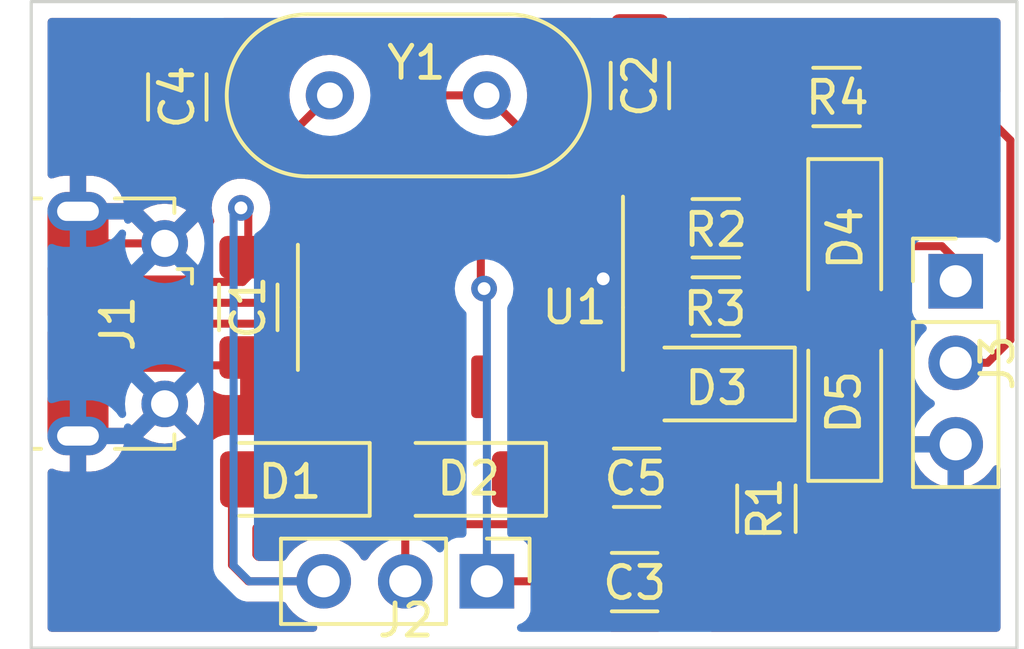
<source format=kicad_pcb>
(kicad_pcb (version 20211014) (generator pcbnew)
  (layers (0 "F.Cu" signal) (31 "B.Cu" signal) (34 "B.Paste" user) (35 "F.Paste" user) (36 "B.SilkS" user "B.Silkscreen") (37 "F.SilkS" user "F.Silkscreen") (38 "B.Mask" user) (39 "F.Mask" user) (44 "Edge.Cuts" user))
  (net 0 "")
  (net 1 "Net-(D3-Pad1)")
  (net 2 "Earth")
  (net 3 "Net-(D4-Pad1)")
  (net 4 "Net-(R2-Pad2)")
  (net 5 "Net-(D5-Pad1)")
  (net 6 "+3V3")
  (net 7 "Net-(J1-Pad3)")
  (net 8 "Net-(J1-Pad2)")
  (net 9 "Net-(C2-Pad1)")
  (net 10 "Net-(C4-Pad1)")
  (net 18 "Net-(C5-Pad1)")
  (net 19 "Net-(D1-Pad1)")
  (net 20 "+5V")
  (net 22 "Net-(J3-Pad1)")
  (net 23 "Net-(J3-Pad2)")
  (footprint "LED_SMD:LED_1206_3216Metric_Pad1.42x1.75mm_HandSolder" (layer "F.Cu") (at 80.0354 50.165 -90)
    (fp_text reference "D4" (at 0 -0.0254 90) (layer "F.SilkS"))
    (fp_text value "RED" hide)
    (fp_line (start -2.46 1.135) (end 1.6 1.135) (layer "F.SilkS") (width 0.12))
    (fp_line (start -2.46 -1.135) (end -2.46 1.135) (layer "F.SilkS") (width 0.12))
    (fp_line (start 1.6 -1.135) (end -2.46 -1.135) (layer "F.SilkS") (width 0.12))
    (pad "1" smd roundrect locked (at -1.4875 0 270) (size 1.425 1.75) (layers "F.Cu" "F.Paste" "F.Mask") (roundrect_rratio 0.175439) (net 3 "Net-(D4-Pad1)"))
    (pad "2" smd roundrect locked (at 1.4875 0 270) (size 1.425 1.75) (layers "F.Cu" "F.Paste" "F.Mask") (roundrect_rratio 0.175439) (net 18 "Net-(C5-Pad1)"))
  )
  (footprint "Diode_SMD:D_1206_3216Metric_Pad1.42x1.75mm_HandSolder" (layer "F.Cu") (at 62.7888 57.6834 180)
    (fp_text reference "D1" (at 0.0254 -0.0762) (layer "F.SilkS"))
    (fp_text value "N4148" hide)
    (fp_line (start 1.6 -1.135) (end -2.46 -1.135) (layer "F.SilkS") (width 0.12))
    (fp_line (start -2.46 -1.135) (end -2.46 1.135) (layer "F.SilkS") (width 0.12))
    (fp_line (start -2.46 1.135) (end 1.6 1.135) (layer "F.SilkS") (width 0.12))
    (pad "1" smd roundrect locked (at -1.4875 0 180) (size 1.425 1.75) (layers "F.Cu" "F.Paste" "F.Mask") (roundrect_rratio 0.175439) (net 19 "Net-(D1-Pad1)"))
    (pad "2" smd roundrect locked (at 1.4875 0 180) (size 1.425 1.75) (layers "F.Cu" "F.Paste" "F.Mask") (roundrect_rratio 0.175439) (net 20 "+5V"))
  )
  (footprint "Capacitor_SMD:C_1206_3216Metric_Pad1.33x1.80mm_HandSolder" (layer "F.Cu") (at 73.66 45.4152 90)
    (fp_text reference "C2" (at 0 0 90) (layer "F.SilkS"))
    (fp_text value "22pF")
    (fp_line (start -0.711252 0.91) (end 0.711252 0.91) (layer "F.SilkS") (width 0.12))
    (fp_line (start -0.711252 -0.91) (end 0.711252 -0.91) (layer "F.SilkS") (width 0.12))
    (pad "1" smd roundrect locked (at -1.5625 0 90) (size 1.325 1.8) (layers "F.Cu" "F.Paste" "F.Mask") (roundrect_rratio 0.188679) (net 9 "Net-(C2-Pad1)"))
    (pad "2" smd roundrect locked (at 1.5625 0 90) (size 1.325 1.8) (layers "F.Cu" "F.Paste" "F.Mask") (roundrect_rratio 0.188679) (net 2 "Earth"))
  )
  (footprint "Resistor_SMD:R_1206_3216Metric_Pad1.30x1.75mm_HandSolder" (layer "F.Cu") (at 76.0222 52.2986 180)
    (fp_text reference "R3" (at 0.0254 -0.0762) (layer "F.SilkS"))
    (fp_text value "1K5")
    (fp_line (start -0.727064 -0.91) (end 0.727064 -0.91) (layer "F.SilkS") (width 0.12))
    (fp_line (start -0.727064 0.91) (end 0.727064 0.91) (layer "F.SilkS") (width 0.12))
    (pad "1" smd roundrect locked (at -1.55 0 180) (size 1.3 1.75) (layers "F.Cu" "F.Paste" "F.Mask") (roundrect_rratio 0.192308) (net 5 "Net-(D5-Pad1)"))
    (pad "2" smd roundrect locked (at 1.55 0 180) (size 1.3 1.75) (layers "F.Cu" "F.Paste" "F.Mask") (roundrect_rratio 0.192308) (net 22 "Net-(J3-Pad1)"))
  )
  (footprint "Capacitor_SMD:C_1206_3216Metric_Pad1.33x1.80mm_HandSolder" (layer "F.Cu") (at 73.4945 60.8838)
    (fp_text reference "C3" (at 0 0.0254) (layer "F.SilkS"))
    (fp_text value "100nF")
    (fp_line (start -0.711252 -0.91) (end 0.711252 -0.91) (layer "F.SilkS") (width 0.12))
    (fp_line (start -0.711252 0.91) (end 0.711252 0.91) (layer "F.SilkS") (width 0.12))
    (pad "1" smd roundrect locked (at -1.5625 0) (size 1.325 1.8) (layers "F.Cu" "F.Paste" "F.Mask") (roundrect_rratio 0.188679) (net 6 "+3V3"))
    (pad "2" smd roundrect locked (at 1.5625 0) (size 1.325 1.8) (layers "F.Cu" "F.Paste" "F.Mask") (roundrect_rratio 0.188679) (net 2 "Earth"))
  )
  (footprint "Resistor_SMD:R_1206_3216Metric_Pad1.30x1.75mm_HandSolder" (layer "F.Cu") (at 77.597 58.5978 -90)
    (fp_text reference "R1" (at 0 0.0508 90) (layer "F.SilkS"))
    (fp_text value "1K5")
    (fp_line (start -0.727064 0.91) (end 0.727064 0.91) (layer "F.SilkS") (width 0.12))
    (fp_line (start -0.727064 -0.91) (end 0.727064 -0.91) (layer "F.SilkS") (width 0.12))
    (pad "1" smd roundrect locked (at -1.55 0 270) (size 1.3 1.75) (layers "F.Cu" "F.Paste" "F.Mask") (roundrect_rratio 0.192308) (net 1 "Net-(D3-Pad1)"))
    (pad "2" smd roundrect locked (at 1.55 0 270) (size 1.3 1.75) (layers "F.Cu" "F.Paste" "F.Mask") (roundrect_rratio 0.192308) (net 2 "Earth"))
  )
  (footprint "Connector_PinHeader_2.54mm:PinHeader_1x03_P2.54mm_Vertical" (layer "F.Cu") (at 83.4898 51.5112)
    (fp_text reference "J3" (at 1.2954 2.54 90) (layer "F.SilkS"))
    (fp_text value "Conn_01x03_Female" hide)
    (fp_line (start -1.33 0) (end -1.33 -1.33) (layer "F.SilkS") (width 0.12))
    (fp_line (start -1.33 1.27) (end 1.33 1.27) (layer "F.SilkS") (width 0.12))
    (fp_line (start 1.33 1.27) (end 1.33 6.41) (layer "F.SilkS") (width 0.12))
    (fp_line (start -1.33 6.41) (end 1.33 6.41) (layer "F.SilkS") (width 0.12))
    (fp_line (start -1.33 1.27) (end -1.33 6.41) (layer "F.SilkS") (width 0.12))
    (fp_line (start -1.33 -1.33) (end 0 -1.33) (layer "F.SilkS") (width 0.12))
    (pad "1" thru_hole rect locked (at 0 0) (size 1.7 1.7) (drill 1) (layers *.Cu *.Mask) (net 22 "Net-(J3-Pad1)"))
    (pad "2" thru_hole oval locked (at 0 2.54) (size 1.7 1.7) (drill 1) (layers *.Cu *.Mask) (net 23 "Net-(J3-Pad2)"))
    (pad "3" thru_hole oval locked (at 0 5.08) (size 1.7 1.7) (drill 1) (layers *.Cu *.Mask) (net 2 "Earth"))
  )
  (footprint "Capacitor_SMD:C_1206_3216Metric_Pad1.33x1.80mm_HandSolder" (layer "F.Cu") (at 59.2582 45.7708 90)
    (fp_text reference "C4" (at 0 0 90) (layer "F.SilkS"))
    (fp_text value "22pF")
    (fp_line (start -0.711252 -0.91) (end 0.711252 -0.91) (layer "F.SilkS") (width 0.12))
    (fp_line (start -0.711252 0.91) (end 0.711252 0.91) (layer "F.SilkS") (width 0.12))
    (pad "1" smd roundrect locked (at -1.5625 0 90) (size 1.325 1.8) (layers "F.Cu" "F.Paste" "F.Mask") (roundrect_rratio 0.188679) (net 10 "Net-(C4-Pad1)"))
    (pad "2" smd roundrect locked (at 1.5625 0 90) (size 1.325 1.8) (layers "F.Cu" "F.Paste" "F.Mask") (roundrect_rratio 0.188679) (net 2 "Earth"))
  )
  (footprint "Resistor_SMD:R_1206_3216Metric_Pad1.30x1.75mm_HandSolder" (layer "F.Cu") (at 79.7814 45.7708)
    (fp_text reference "R4" (at 0.0254 0.0254) (layer "F.SilkS"))
    (fp_text value "1K5")
    (fp_line (start -0.727064 -0.91) (end 0.727064 -0.91) (layer "F.SilkS") (width 0.12))
    (fp_line (start -0.727064 0.91) (end 0.727064 0.91) (layer "F.SilkS") (width 0.12))
    (pad "1" smd roundrect locked (at -1.55 0) (size 1.3 1.75) (layers "F.Cu" "F.Paste" "F.Mask") (roundrect_rratio 0.192308) (net 4 "Net-(R2-Pad2)"))
    (pad "2" smd roundrect locked (at 1.55 0) (size 1.3 1.75) (layers "F.Cu" "F.Paste" "F.Mask") (roundrect_rratio 0.192308) (net 23 "Net-(J3-Pad2)"))
  )
  (footprint "Resistor_SMD:R_1206_3216Metric_Pad1.30x1.75mm_HandSolder" (layer "F.Cu") (at 76.0222 49.8602)
    (fp_text reference "R2" (at 0 0.0508) (layer "F.SilkS"))
    (fp_text value "1K5")
    (fp_line (start -0.727064 -0.91) (end 0.727064 -0.91) (layer "F.SilkS") (width 0.12))
    (fp_line (start -0.727064 0.91) (end 0.727064 0.91) (layer "F.SilkS") (width 0.12))
    (pad "1" smd roundrect locked (at -1.55 0) (size 1.3 1.75) (layers "F.Cu" "F.Paste" "F.Mask") (roundrect_rratio 0.192308) (net 3 "Net-(D4-Pad1)"))
    (pad "2" smd roundrect locked (at 1.55 0) (size 1.3 1.75) (layers "F.Cu" "F.Paste" "F.Mask") (roundrect_rratio 0.192308) (net 4 "Net-(R2-Pad2)"))
  )
  (footprint "Connector_PinHeader_2.54mm:PinHeader_1x03_P2.54mm_Vertical" (layer "F.Cu") (at 68.8952 60.8584 -90)
    (fp_text reference "J2" (at 1.2192 2.525) (layer "F.SilkS"))
    (fp_text value "Conn_01x03_Female" hide)
    (fp_line (start -1.33 -1.33) (end 0 -1.33) (layer "F.SilkS") (width 0.12))
    (fp_line (start -1.33 0) (end -1.33 -1.33) (layer "F.SilkS") (width 0.12))
    (fp_line (start 1.33 1.27) (end 1.33 6.41) (layer "F.SilkS") (width 0.12))
    (fp_line (start -1.33 1.27) (end 1.33 1.27) (layer "F.SilkS") (width 0.12))
    (fp_line (start -1.33 1.27) (end -1.33 6.41) (layer "F.SilkS") (width 0.12))
    (fp_line (start -1.33 6.41) (end 1.33 6.41) (layer "F.SilkS") (width 0.12))
    (pad "1" thru_hole rect locked (at 0 0 270) (size 1.7 1.7) (drill 1) (layers *.Cu *.Mask) (net 6 "+3V3"))
    (pad "2" thru_hole oval locked (at 0 2.54 270) (size 1.7 1.7) (drill 1) (layers *.Cu *.Mask) (net 18 "Net-(C5-Pad1)"))
    (pad "3" thru_hole oval locked (at 0 5.08 270) (size 1.7 1.7) (drill 1) (layers *.Cu *.Mask) (net 20 "+5V"))
  )
  (footprint "Diode_SMD:D_1206_3216Metric_Pad1.42x1.75mm_HandSolder" (layer "F.Cu") (at 68.2752 57.6834 180)
    (fp_text reference "D2" (at -0.0508 0.0254) (layer "F.SilkS"))
    (fp_text value "N4148" hide)
    (fp_line (start 1.6 -1.135) (end -2.46 -1.135) (layer "F.SilkS") (width 0.12))
    (fp_line (start -2.46 -1.135) (end -2.46 1.135) (layer "F.SilkS") (width 0.12))
    (fp_line (start -2.46 1.135) (end 1.6 1.135) (layer "F.SilkS") (width 0.12))
    (pad "1" smd roundrect locked (at -1.4875 0 180) (size 1.425 1.75) (layers "F.Cu" "F.Paste" "F.Mask") (roundrect_rratio 0.175439) (net 18 "Net-(C5-Pad1)"))
    (pad "2" smd roundrect locked (at 1.4875 0 180) (size 1.425 1.75) (layers "F.Cu" "F.Paste" "F.Mask") (roundrect_rratio 0.175439) (net 19 "Net-(D1-Pad1)"))
  )
  (footprint "Connector_USB:USB_Micro-B_Molex-105017-0001" (layer "F.Cu") (at 57.404 52.832 -90)
    (fp_text reference "J1" (at 0 0 90) (layer "F.SilkS"))
    (fp_text value "USB_B_Mini" hide)
    (fp_line (start -3.9 2.6375) (end -3.9 2.3875) (layer "F.SilkS") (width 0.12))
    (fp_line (start -1.7 -2.3125) (end -1.25 -2.3125) (layer "F.SilkS") (width 0.12))
    (fp_line (start 3.9 2.6375) (end 3.9 2.3875) (layer "F.SilkS") (width 0.12))
    (fp_line (start 3.9 0.0875) (end 3.9 -1.7625) (layer "F.SilkS") (width 0.12))
    (fp_line (start -3.9 0.0875) (end -3.9 -1.7625) (layer "F.SilkS") (width 0.12))
    (fp_line (start 3.9 -1.7625) (end 3.45 -1.7625) (layer "F.SilkS") (width 0.12))
    (fp_line (start -1.7 -2.3125) (end -1.7 -1.8625) (layer "F.SilkS") (width 0.12))
    (fp_line (start -3.9 -1.7625) (end -3.45 -1.7625) (layer "F.SilkS") (width 0.12))
    (pad "1" smd rect locked (at -1.3 -1.4625 270) (size 0.4 1.35) (layers "F.Cu" "F.Paste" "F.Mask") (net 20 "+5V"))
    (pad "2" smd rect locked (at -0.65 -1.4625 270) (size 0.4 1.35) (layers "F.Cu" "F.Paste" "F.Mask") (net 8 "Net-(J1-Pad2)"))
    (pad "3" smd rect locked (at 0 -1.4625 270) (size 0.4 1.35) (layers "F.Cu" "F.Paste" "F.Mask") (net 7 "Net-(J1-Pad3)"))
    (pad "4" smd rect locked (at 0.65 -1.4625 270) (size 0.4 1.35) (layers "F.Cu" "F.Paste" "F.Mask"))
    (pad "5" smd rect locked (at 1.3 -1.4625 270) (size 0.4 1.35) (layers "F.Cu" "F.Paste" "F.Mask") (net 2 "Earth"))
    (pad "6" smd rect locked (at -2.9 1.2375 270) (size 1.2 1.9) (layers "F.Cu" "F.Mask") (net 2 "Earth"))
    (pad "6" thru_hole oval locked (at -3.5 1.2375 90) (size 1.2 1.9) (drill oval 0.6 1.3) (layers *.Cu *.Mask) (net 2 "Earth"))
    (pad "6" thru_hole circle locked (at -2.5 -1.4625 270) (size 1.45 1.45) (drill 0.85) (layers *.Cu *.Mask) (net 2 "Earth"))
    (pad "6" thru_hole circle locked (at 2.5 -1.4625 270) (size 1.45 1.45) (drill 0.85) (layers *.Cu *.Mask) (net 2 "Earth"))
    (pad "6" smd rect locked (at -1 1.2375 270) (size 1.5 1.9) (layers "F.Cu" "F.Paste" "F.Mask") (net 2 "Earth"))
    (pad "6" smd rect locked (at 2.9 1.2375 270) (size 1.2 1.9) (layers "F.Cu" "F.Mask") (net 2 "Earth"))
    (pad "6" thru_hole oval locked (at 3.5 1.2375 270) (size 1.2 1.9) (drill oval 0.6 1.3) (layers *.Cu *.Mask) (net 2 "Earth"))
    (pad "6" smd rect locked (at 1 1.2375 270) (size 1.5 1.9) (layers "F.Cu" "F.Paste" "F.Mask") (net 2 "Earth"))
  )
  (footprint "Capacitor_SMD:C_1206_3216Metric_Pad1.33x1.80mm_HandSolder" (layer "F.Cu") (at 61.468 52.324 -90)
    (fp_text reference "C1" (at 0 0 90) (layer "F.SilkS"))
    (fp_text value "100nF")
    (fp_line (start -0.711252 0.91) (end 0.711252 0.91) (layer "F.SilkS") (width 0.12))
    (fp_line (start -0.711252 -0.91) (end 0.711252 -0.91) (layer "F.SilkS") (width 0.12))
    (pad "1" smd roundrect locked (at -1.5625 0 270) (size 1.325 1.8) (layers "F.Cu" "F.Paste" "F.Mask") (roundrect_rratio 0.188679) (net 20 "+5V"))
    (pad "2" smd roundrect locked (at 1.5625 0 270) (size 1.325 1.8) (layers "F.Cu" "F.Paste" "F.Mask") (roundrect_rratio 0.188679) (net 2 "Earth"))
  )
  (footprint "Crystal:Crystal_HC49-U_Vertical" (layer "F.Cu") (at 68.888 45.72 180)
    (fp_text reference "Y1" (at 2.1876 1.016) (layer "F.SilkS"))
    (fp_text value "12MHz")
    (fp_line (start -0.685 -2.525) (end 5.565 -2.525) (layer "F.SilkS") (width 0.12))
    (fp_line (start -0.685 2.525) (end 5.565 2.525) (layer "F.SilkS") (width 0.12))
    (fp_arc (start -0.685 2.525) (mid -3.21 0) (end -0.685 -2.525) (layer "F.SilkS") (width 0.12))
    (fp_arc (start 5.565 -2.525) (mid 8.09 0) (end 5.565 2.525) (layer "F.SilkS") (width 0.12))
    (pad "1" thru_hole circle locked (at 0 0 180) (size 1.5 1.5) (drill 0.8) (layers *.Cu *.Mask) (net 9 "Net-(C2-Pad1)"))
    (pad "2" thru_hole circle locked (at 4.88 0 180) (size 1.5 1.5) (drill 0.8) (layers *.Cu *.Mask) (net 10 "Net-(C4-Pad1)"))
  )
  (footprint "Capacitor_SMD:C_1206_3216Metric_Pad1.33x1.80mm_HandSolder" (layer "F.Cu") (at 73.5584 57.6326)
    (fp_text reference "C5" (at -0.0254 0.0254) (layer "F.SilkS"))
    (fp_text value "100nF")
    (fp_line (start -0.711252 0.91) (end 0.711252 0.91) (layer "F.SilkS") (width 0.12))
    (fp_line (start -0.711252 -0.91) (end 0.711252 -0.91) (layer "F.SilkS") (width 0.12))
    (pad "1" smd roundrect locked (at -1.5625 0) (size 1.325 1.8) (layers "F.Cu" "F.Paste" "F.Mask") (roundrect_rratio 0.188679) (net 18 "Net-(C5-Pad1)"))
    (pad "2" smd roundrect locked (at 1.5625 0) (size 1.325 1.8) (layers "F.Cu" "F.Paste" "F.Mask") (roundrect_rratio 0.188679) (net 2 "Earth"))
  )
  (footprint "LED_SMD:LED_1206_3216Metric_Pad1.42x1.75mm_HandSolder" (layer "F.Cu") (at 76.0222 54.7116 180)
    (fp_text reference "D3" (at -0.0254 -0.127) (layer "F.SilkS"))
    (fp_text value "RED" hide)
    (fp_line (start 1.6 -1.135) (end -2.46 -1.135) (layer "F.SilkS") (width 0.12))
    (fp_line (start -2.46 -1.135) (end -2.46 1.135) (layer "F.SilkS") (width 0.12))
    (fp_line (start -2.46 1.135) (end 1.6 1.135) (layer "F.SilkS") (width 0.12))
    (pad "1" smd roundrect locked (at -1.4875 0 180) (size 1.425 1.75) (layers "F.Cu" "F.Paste" "F.Mask") (roundrect_rratio 0.175439) (net 1 "Net-(D3-Pad1)"))
    (pad "2" smd roundrect locked (at 1.4875 0 180) (size 1.425 1.75) (layers "F.Cu" "F.Paste" "F.Mask") (roundrect_rratio 0.175439) (net 18 "Net-(C5-Pad1)"))
  )
  (footprint "LED_SMD:LED_1206_3216Metric_Pad1.42x1.75mm_HandSolder" (layer "F.Cu") (at 80.0354 55.2704 90)
    (fp_text reference "D5" (at -0.0111 -0.0254 90) (layer "F.SilkS"))
    (fp_text value "GREEN" hide)
    (fp_line (start -2.46 -1.135) (end -2.46 1.135) (layer "F.SilkS") (width 0.12))
    (fp_line (start 1.6 -1.135) (end -2.46 -1.135) (layer "F.SilkS") (width 0.12))
    (fp_line (start -2.46 1.135) (end 1.6 1.135) (layer "F.SilkS") (width 0.12))
    (pad "1" smd roundrect locked (at -1.4875 0 90) (size 1.425 1.75) (layers "F.Cu" "F.Paste" "F.Mask") (roundrect_rratio 0.175439) (net 5 "Net-(D5-Pad1)"))
    (pad "2" smd roundrect locked (at 1.4875 0 90) (size 1.425 1.75) (layers "F.Cu" "F.Paste" "F.Mask") (roundrect_rratio 0.175439) (net 18 "Net-(C5-Pad1)"))
  )
  (footprint "Package_SO:SOIC-16_3.9x9.9mm_P1.27mm" (layer "F.Cu") (at 68.072 52.324 -90)
    (fp_text reference "U1" (at 0 -3.556 180) (layer "F.SilkS"))
    (fp_text value "CH340G")
    (fp_line (start 0 5.06) (end 1.95 5.06) (layer "F.SilkS") (width 0.12))
    (fp_line (start 0 -5.06) (end 1.95 -5.06) (layer "F.SilkS") (width 0.12))
    (fp_line (start 0 -5.06) (end -3.45 -5.06) (layer "F.SilkS") (width 0.12))
    (fp_line (start 0 5.06) (end -1.95 5.06) (layer "F.SilkS") (width 0.12))
    (pad "1" smd roundrect locked (at -2.475 -4.445 270) (size 1.95 0.6) (layers "F.Cu" "F.Paste" "F.Mask") (net 2 "Earth"))
    (pad "2" smd roundrect locked (at -2.475 -3.175 270) (size 1.95 0.6) (layers "F.Cu" "F.Paste" "F.Mask") (net 4 "Net-(R2-Pad2)"))
    (pad "3" smd roundrect locked (at -2.475 -1.905 270) (size 1.95 0.6) (layers "F.Cu" "F.Paste" "F.Mask") (net 22 "Net-(J3-Pad1)"))
    (pad "4" smd roundrect locked (at -2.475 -0.635 270) (size 1.95 0.6) (layers "F.Cu" "F.Paste" "F.Mask") (net 6 "+3V3"))
    (pad "5" smd roundrect locked (at -2.475 0.635 270) (size 1.95 0.6) (layers "F.Cu" "F.Paste" "F.Mask") (net 7 "Net-(J1-Pad3)"))
    (pad "6" smd roundrect locked (at -2.475 1.905 270) (size 1.95 0.6) (layers "F.Cu" "F.Paste" "F.Mask") (net 8 "Net-(J1-Pad2)"))
    (pad "7" smd roundrect locked (at -2.475 3.175 270) (size 1.95 0.6) (layers "F.Cu" "F.Paste" "F.Mask") (net 9 "Net-(C2-Pad1)"))
    (pad "8" smd roundrect locked (at -2.475 4.445 270) (size 1.95 0.6) (layers "F.Cu" "F.Paste" "F.Mask") (net 10 "Net-(C4-Pad1)"))
    (pad "9" smd roundrect locked (at 2.475 4.445 270) (size 1.95 0.6) (layers "F.Cu" "F.Paste" "F.Mask"))
    (pad "10" smd roundrect locked (at 2.475 3.175 270) (size 1.95 0.6) (layers "F.Cu" "F.Paste" "F.Mask"))
    (pad "11" smd roundrect locked (at 2.475 1.905 270) (size 1.95 0.6) (layers "F.Cu" "F.Paste" "F.Mask"))
    (pad "12" smd roundrect locked (at 2.475 0.635 270) (size 1.95 0.6) (layers "F.Cu" "F.Paste" "F.Mask"))
    (pad "13" smd roundrect locked (at 2.475 -0.635 270) (size 1.95 0.6) (layers "F.Cu" "F.Paste" "F.Mask"))
    (pad "14" smd roundrect locked (at 2.475 -1.905 270) (size 1.95 0.6) (layers "F.Cu" "F.Paste" "F.Mask"))
    (pad "15" smd roundrect locked (at 2.475 -3.175 270) (size 1.95 0.6) (layers "F.Cu" "F.Paste" "F.Mask"))
    (pad "16" smd roundrect locked (at 2.475 -4.445 270) (size 1.95 0.6) (layers "F.Cu" "F.Paste" "F.Mask") (net 18 "Net-(C5-Pad1)"))
  )
  (gr_rect (start 54.7116 42.799) (end 85.3948 62.9412) (layer "Edge.Cuts") (width 0.1) (fill none))
  (segment (start 77.5097 56.9605) (end 77.597 57.0478) (width 0.25) (layer "F.Cu") (net 1))
  (segment (start 77.5097 54.7116) (end 77.5097 56.9605) (width 0.25) (layer "F.Cu") (net 1))
  (segment (start 61.2225 54.132) (end 58.8665 54.132) (width 0.25) (layer "F.Cu") (net 2))
  (segment (start 77.597 60.1478) (end 75.793 60.1478) (width 0.25) (layer "F.Cu") (net 2))
  (segment (start 58.8665 50.332) (end 56.5665 50.332) (width 0.25) (layer "F.Cu") (net 2))
  (segment (start 75.1209 57.6326) (end 75.1209 60.8199) (width 0.25) (layer "F.Cu") (net 2))
  (segment (start 75.793 60.1478) (end 75.057 60.8838) (width 0.25) (layer "F.Cu") (net 2))
  (segment (start 56.9345 44.2083) (end 59.2582 44.2083) (width 0.25) (layer "F.Cu") (net 2))
  (segment (start 56.5665 50.332) (end 56.1665 49.932) (width 0.25) (layer "F.Cu") (net 2))
  (segment (start 58.8665 54.132) (end 56.4665 54.132) (width 0.25) (layer "F.Cu") (net 2))
  (segment (start 56.1665 49.332) (end 56.1665 44.9763) (width 0.25) (layer "F.Cu") (net 2))
  (segment (start 83.4898 59.4868) (end 82.8288 60.1478) (width 0.25) (layer "F.Cu") (net 2))
  (segment (start 82.8288 60.1478) (end 77.597 60.1478) (width 0.25) (layer "F.Cu") (net 2))
  (segment (start 56.1665 44.9763) (end 56.9345 44.2083) (width 0.25) (layer "F.Cu") (net 2))
  (segment (start 83.4898 56.5912) (end 83.4898 59.4868) (width 0.25) (layer "F.Cu") (net 2))
  (segment (start 56.4665 54.132) (end 56.1665 53.832) (width 0.25) (layer "F.Cu") (net 2))
  (segment (start 61.468 53.8865) (end 61.2225 54.132) (width 0.25) (layer "F.Cu") (net 2))
  (segment (start 56.1665 55.732) (end 56.1665 49.932) (width 0.25) (layer "F.Cu") (net 2))
  (segment (start 75.1209 60.8199) (end 75.057 60.8838) (width 0.25) (layer "F.Cu") (net 2))
  (via (at 72.517 51.435) (size 0.8) (drill 0.4) (layers "F.Cu" "B.Cu") (net 2))
  (segment (start 74.7268 48.4632) (end 79.8211 48.4632) (width 0.25) (layer "F.Cu") (net 3))
  (segment (start 74.4722 49.9618) (end 74.4722 48.7178) (width 0.25) (layer "F.Cu") (net 3))
  (segment (start 74.4722 48.7178) (end 74.7268 48.4632) (width 0.25) (layer "F.Cu") (net 3))
  (segment (start 79.8211 48.4632) (end 80.0354 48.6775) (width 0.25) (layer "F.Cu") (net 3))
  (segment (start 75.243293 47.2694) (end 77.6732 47.2694) (width 0.25) (layer "F.Cu") (net 4))
  (segment (start 78.2314 46.5576) (end 78.2314 45.7708) (width 0.25) (layer "F.Cu") (net 4))
  (segment (start 78.2314 46.7112) (end 78.2314 45.7708) (width 0.25) (layer "F.Cu") (net 4))
  (segment (start 71.8312 48.2346) (end 74.278093 48.2346) (width 0.25) (layer "F.Cu") (net 4))
  (segment (start 74.278093 48.2346) (end 75.243293 47.2694) (width 0.25) (layer "F.Cu") (net 4))
  (segment (start 71.247 48.8188) (end 71.8312 48.2346) (width 0.25) (layer "F.Cu") (net 4))
  (segment (start 81.4832 49.9618) (end 82.0166 49.4284) (width 0.25) (layer "F.Cu") (net 4))
  (segment (start 77.5722 49.9618) (end 81.4832 49.9618) (width 0.25) (layer "F.Cu") (net 4))
  (segment (start 82.0166 49.4284) (end 82.0166 47.5488) (width 0.25) (layer "F.Cu") (net 4))
  (segment (start 71.247 49.849) (end 71.247 48.8188) (width 0.25) (layer "F.Cu") (net 4))
  (segment (start 82.0166 47.5488) (end 81.6864 47.2186) (width 0.25) (layer "F.Cu") (net 4))
  (segment (start 77.6732 47.2694) (end 78.2314 46.7112) (width 0.25) (layer "F.Cu") (net 4))
  (segment (start 78.8924 47.2186) (end 78.2314 46.5576) (width 0.25) (layer "F.Cu") (net 4))
  (segment (start 81.6864 47.2186) (end 78.8924 47.2186) (width 0.25) (layer "F.Cu") (net 4))
  (segment (start 79.4909 56.7579) (end 78.7146 55.9816) (width 0.25) (layer "F.Cu") (net 5))
  (segment (start 80.0354 56.7579) (end 79.4909 56.7579) (width 0.25) (layer "F.Cu") (net 5))
  (segment (start 78.7146 52.832) (end 78.1812 52.2986) (width 0.25) (layer "F.Cu") (net 5))
  (segment (start 78.1812 52.2986) (end 77.5722 52.2986) (width 0.25) (layer "F.Cu") (net 5))
  (segment (start 78.7146 55.9816) (end 78.7146 52.832) (width 0.25) (layer "F.Cu") (net 5))
  (segment (start 68.8952 60.8584) (end 71.9066 60.8584) (width 0.25) (layer "F.Cu") (net 6))
  (segment (start 71.9066 60.8584) (end 71.932 60.8838) (width 0.25) (layer "F.Cu") (net 6))
  (segment (start 68.707 51.6382) (end 68.8086 51.7398) (width 0.25) (layer "F.Cu") (net 6))
  (segment (start 68.707 49.849) (end 68.707 51.6382) (width 0.25) (layer "F.Cu") (net 6))
  (via (at 68.8086 51.7398) (size 0.8) (drill 0.4) (layers "F.Cu" "B.Cu") (net 6))
  (segment (start 68.8952 51.8264) (end 68.8086 51.7398) (width 0.25) (layer "B.Cu") (net 6))
  (segment (start 68.8952 60.8584) (end 68.8952 51.8264) (width 0.25) (layer "B.Cu") (net 6))
  (segment (start 67.5894 50.0014) (end 67.437 49.849) (width 0.25) (layer "F.Cu") (net 7))
  (segment (start 58.8665 52.832) (end 67.0306 52.832) (width 0.25) (layer "F.Cu") (net 7))
  (segment (start 67.0306 52.832) (end 67.5894 52.2732) (width 0.25) (layer "F.Cu") (net 7))
  (segment (start 67.5894 52.2732) (end 67.5894 50.0014) (width 0.25) (layer "F.Cu") (net 7))
  (segment (start 65.3692 52.182) (end 66.2178 51.3334) (width 0.25) (layer "F.Cu") (net 8))
  (segment (start 66.2178 51.3334) (end 66.2178 49.8998) (width 0.25) (layer "F.Cu") (net 8))
  (segment (start 58.8665 52.182) (end 65.3692 52.182) (width 0.25) (layer "F.Cu") (net 8))
  (segment (start 66.2178 49.8998) (end 66.167 49.849) (width 0.25) (layer "F.Cu") (net 8))
  (segment (start 73.66 47.2825) (end 70.4505 47.2825) (width 0.25) (layer "F.Cu") (net 9))
  (segment (start 64.897 49.849) (end 64.897 46.8376) (width 0.25) (layer "F.Cu") (net 9))
  (segment (start 66.0146 45.72) (end 68.888 45.72) (width 0.25) (layer "F.Cu") (net 9))
  (segment (start 70.4505 47.2825) (end 68.888 45.72) (width 0.25) (layer "F.Cu") (net 9))
  (segment (start 64.897 46.8376) (end 66.0146 45.72) (width 0.25) (layer "F.Cu") (net 9))
  (segment (start 63.627 48.4886) (end 62.4332 47.2948) (width 0.25) (layer "F.Cu") (net 10))
  (segment (start 62.3947 47.3333) (end 59.2582 47.3333) (width 0.25) (layer "F.Cu") (net 10))
  (segment (start 63.627 49.849) (end 63.627 48.4886) (width 0.25) (layer "F.Cu") (net 10))
  (segment (start 62.4332 47.2948) (end 62.3947 47.3333) (width 0.25) (layer "F.Cu") (net 10))
  (segment (start 64.008 45.72) (end 62.4332 47.2948) (width 0.25) (layer "F.Cu") (net 10))
  (segment (start 74.5347 54.7116) (end 75.8698 54.7116) (width 0.25) (layer "F.Cu") (net 18))
  (segment (start 69.7627 58.8883) (end 69.7627 57.6834) (width 0.25) (layer "F.Cu") (net 18))
  (segment (start 76.327 55.1688) (end 76.327 58.0136) (width 0.25) (layer "F.Cu") (net 18))
  (segment (start 76.327 58.0136) (end 76.835 58.5216) (width 0.25) (layer "F.Cu") (net 18))
  (segment (start 69.8135 57.6326) (end 69.7627 57.6834) (width 0.25) (layer "F.Cu") (net 18))
  (segment (start 66.3552 60.8584) (end 66.3552 59.197) (width 0.25) (layer "F.Cu") (net 18))
  (segment (start 76.835 58.5216) (end 81.153 58.5216) (width 0.25) (layer "F.Cu") (net 18))
  (segment (start 81.407 58.2676) (end 81.407 54.0258) (width 0.25) (layer "F.Cu") (net 18))
  (segment (start 74.5347 54.7116) (end 72.6044 54.7116) (width 0.25) (layer "F.Cu") (net 18))
  (segment (start 81.1641 53.7829) (end 80.0354 53.7829) (width 0.25) (layer "F.Cu") (net 18))
  (segment (start 81.153 58.5216) (end 81.407 58.2676) (width 0.25) (layer "F.Cu") (net 18))
  (segment (start 66.4718 59.0804) (end 69.5706 59.0804) (width 0.25) (layer "F.Cu") (net 18))
  (segment (start 69.5706 59.0804) (end 69.7627 58.8883) (width 0.25) (layer "F.Cu") (net 18))
  (segment (start 81.407 54.0258) (end 81.1641 53.7829) (width 0.25) (layer "F.Cu") (net 18))
  (segment (start 66.3552 59.197) (end 66.4718 59.0804) (width 0.25) (layer "F.Cu") (net 18))
  (segment (start 71.9959 57.6326) (end 69.8135 57.6326) (width 0.25) (layer "F.Cu") (net 18))
  (segment (start 75.8698 54.7116) (end 76.327 55.1688) (width 0.25) (layer "F.Cu") (net 18))
  (segment (start 72.517 57.1115) (end 71.9959 57.6326) (width 0.25) (layer "F.Cu") (net 18))
  (segment (start 72.517 54.799) (end 72.517 57.1115) (width 0.25) (layer "F.Cu") (net 18))
  (segment (start 80.0354 51.6525) (end 80.0354 53.7829) (width 0.25) (layer "F.Cu") (net 18))
  (segment (start 72.6044 54.7116) (end 72.517 54.799) (width 0.25) (layer "F.Cu") (net 18))
  (segment (start 66.7877 57.6834) (end 64.2763 57.6834) (width 0.25) (layer "F.Cu") (net 19))
  (segment (start 60.96 60.3504) (end 60.96 58.0247) (width 0.25) (layer "F.Cu") (net 20))
  (segment (start 60.96 58.0247) (end 61.3013 57.6834) (width 0.25) (layer "F.Cu") (net 20))
  (segment (start 61.468 51.3588) (end 61.2948 51.532) (width 0.25) (layer "F.Cu") (net 20))
  (segment (start 63.8152 60.8584) (end 61.468 60.8584) (width 0.25) (layer "F.Cu") (net 20))
  (segment (start 61.468 49.4538) (end 61.468 50.7615) (width 0.25) (layer "F.Cu") (net 20))
  (segment (start 61.2948 51.532) (end 58.8665 51.532) (width 0.25) (layer "F.Cu") (net 20))
  (segment (start 61.468 50.7615) (end 61.468 51.3588) (width 0.25) (layer "F.Cu") (net 20))
  (segment (start 61.2394 49.2252) (end 61.468 49.4538) (width 0.25) (layer "F.Cu") (net 20))
  (segment (start 61.468 60.8584) (end 60.96 60.3504) (width 0.25) (layer "F.Cu") (net 20))
  (via (at 61.2394 49.2252) (size 0.8) (drill 0.4) (layers "F.Cu" "B.Cu") (net 20))
  (segment (start 61.2394 49.2252) (end 61.0108 49.4538) (width 0.25) (layer "B.Cu") (net 20))
  (segment (start 61.4934 60.8584) (end 63.8152 60.8584) (width 0.25) (layer "B.Cu") (net 20))
  (segment (start 61.0108 49.4538) (end 61.0108 60.3758) (width 0.25) (layer "B.Cu") (net 20))
  (segment (start 61.0108 60.3758) (end 61.4934 60.8584) (width 0.25) (layer "B.Cu") (net 20))
  (segment (start 75.27988 51.05972) (end 74.4722 51.8674) (width 0.25) (layer "F.Cu") (net 22))
  (segment (start 83.058 50.419) (end 78.850893 50.419) (width 0.25) (layer "F.Cu") (net 22))
  (segment (start 78.850893 50.419) (end 78.210173 51.05972) (width 0.25) (layer "F.Cu") (net 22))
  (segment (start 70.0278 52.0446) (end 70.0278 49.8998) (width 0.25) (layer "F.Cu") (net 22))
  (segment (start 74.4722 52.2986) (end 70.2818 52.2986) (width 0.25) (layer "F.Cu") (net 22))
  (segment (start 70.2818 52.2986) (end 70.0278 52.0446) (width 0.25) (layer "F.Cu") (net 22))
  (segment (start 74.4722 51.8674) (end 74.4722 52.2986) (width 0.25) (layer "F.Cu") (net 22))
  (segment (start 78.210173 51.05972) (end 75.27988 51.05972) (width 0.25) (layer "F.Cu") (net 22))
  (segment (start 83.4898 51.5112) (end 83.4898 50.8508) (width 0.25) (layer "F.Cu") (net 22))
  (segment (start 70.0278 49.8998) (end 69.977 49.849) (width 0.25) (layer "F.Cu") (net 22))
  (segment (start 83.4898 50.8508) (end 83.058 50.419) (width 0.25) (layer "F.Cu") (net 22))
  (segment (start 85.1916 47.117) (end 85.1916 53.34) (width 0.25) (layer "F.Cu") (net 23))
  (segment (start 81.3568 46.355) (end 81.9664 45.7454) (width 0.25) (layer "F.Cu") (net 23))
  (segment (start 85.1916 53.34) (end 84.4804 54.0512) (width 0.25) (layer "F.Cu") (net 23))
  (segment (start 84.4804 54.0512) (end 83.4898 54.0512) (width 0.25) (layer "F.Cu") (net 23))
  (segment (start 83.82 45.7454) (end 85.1916 47.117) (width 0.25) (layer "F.Cu") (net 23))
  (segment (start 81.9664 45.7454) (end 83.82 45.7454) (width 0.25) (layer "F.Cu") (net 23))
  (zone (net 2) (net_name "Earth") (layers F&B.Cu) (connect_pads (clearance 0.508)) (min_thickness 0.254) (fill yes (thermal_gap 0.508) (thermal_bridge_width 0.508))
    (polygon (pts (xy 85.3694 42.799) (xy 85.3694 62.9412) (xy 54.7116 62.9158) (xy 54.6862 42.7736)))
  )
)
</source>
